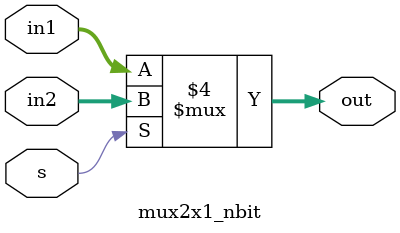
<source format=v>
`timescale 1ns / 1ps


module mux2x1_nbit #(parameter N=32)(input [N-1:0]in1,input [N-1:0]in2,input s,output reg [N-1:0]out);
    always@(*)
    begin
    if(s==1)
    out=in2;
    else
    out=in1;
    end
endmodule

</source>
